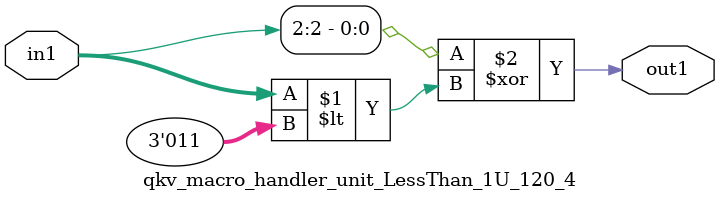
<source format=v>

`timescale 1ps / 1ps


module qkv_macro_handler_unit_LessThan_1U_120_4( in1, out1 );

    input [2:0] in1;
    output out1;

    
    // rtl_process:qkv_macro_handler_unit_LessThan_1U_120_4/qkv_macro_handler_unit_LessThan_1U_120_4_thread_1
    assign out1 = (in1[2] ^ in1 < 3'd3);

endmodule



</source>
